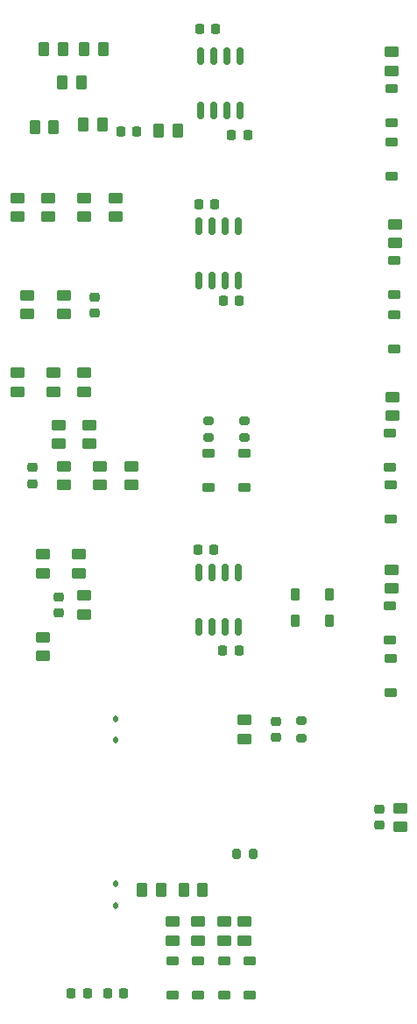
<source format=gbr>
%TF.GenerationSoftware,KiCad,Pcbnew,7.0.2-0*%
%TF.CreationDate,2023-12-08T13:33:26+01:00*%
%TF.ProjectId,output_mixer,6f757470-7574-45f6-9d69-7865722e6b69,rev?*%
%TF.SameCoordinates,Original*%
%TF.FileFunction,Paste,Top*%
%TF.FilePolarity,Positive*%
%FSLAX46Y46*%
G04 Gerber Fmt 4.6, Leading zero omitted, Abs format (unit mm)*
G04 Created by KiCad (PCBNEW 7.0.2-0) date 2023-12-08 13:33:26*
%MOMM*%
%LPD*%
G01*
G04 APERTURE LIST*
G04 Aperture macros list*
%AMRoundRect*
0 Rectangle with rounded corners*
0 $1 Rounding radius*
0 $2 $3 $4 $5 $6 $7 $8 $9 X,Y pos of 4 corners*
0 Add a 4 corners polygon primitive as box body*
4,1,4,$2,$3,$4,$5,$6,$7,$8,$9,$2,$3,0*
0 Add four circle primitives for the rounded corners*
1,1,$1+$1,$2,$3*
1,1,$1+$1,$4,$5*
1,1,$1+$1,$6,$7*
1,1,$1+$1,$8,$9*
0 Add four rect primitives between the rounded corners*
20,1,$1+$1,$2,$3,$4,$5,0*
20,1,$1+$1,$4,$5,$6,$7,0*
20,1,$1+$1,$6,$7,$8,$9,0*
20,1,$1+$1,$8,$9,$2,$3,0*%
G04 Aperture macros list end*
%ADD10RoundRect,0.225000X-0.225000X-0.250000X0.225000X-0.250000X0.225000X0.250000X-0.225000X0.250000X0*%
%ADD11RoundRect,0.250000X0.262500X0.450000X-0.262500X0.450000X-0.262500X-0.450000X0.262500X-0.450000X0*%
%ADD12RoundRect,0.250000X0.450000X-0.262500X0.450000X0.262500X-0.450000X0.262500X-0.450000X-0.262500X0*%
%ADD13RoundRect,0.225000X0.225000X0.250000X-0.225000X0.250000X-0.225000X-0.250000X0.225000X-0.250000X0*%
%ADD14RoundRect,0.225000X0.375000X-0.225000X0.375000X0.225000X-0.375000X0.225000X-0.375000X-0.225000X0*%
%ADD15RoundRect,0.250000X-0.262500X-0.450000X0.262500X-0.450000X0.262500X0.450000X-0.262500X0.450000X0*%
%ADD16RoundRect,0.225000X-0.375000X0.225000X-0.375000X-0.225000X0.375000X-0.225000X0.375000X0.225000X0*%
%ADD17RoundRect,0.200000X-0.200000X-0.275000X0.200000X-0.275000X0.200000X0.275000X-0.200000X0.275000X0*%
%ADD18RoundRect,0.150000X-0.150000X0.675000X-0.150000X-0.675000X0.150000X-0.675000X0.150000X0.675000X0*%
%ADD19RoundRect,0.200000X-0.275000X0.200000X-0.275000X-0.200000X0.275000X-0.200000X0.275000X0.200000X0*%
%ADD20RoundRect,0.225000X0.250000X-0.225000X0.250000X0.225000X-0.250000X0.225000X-0.250000X-0.225000X0*%
%ADD21RoundRect,0.250000X-0.450000X0.262500X-0.450000X-0.262500X0.450000X-0.262500X0.450000X0.262500X0*%
%ADD22RoundRect,0.150000X0.150000X-0.675000X0.150000X0.675000X-0.150000X0.675000X-0.150000X-0.675000X0*%
%ADD23RoundRect,0.225000X-0.250000X0.225000X-0.250000X-0.225000X0.250000X-0.225000X0.250000X0.225000X0*%
%ADD24RoundRect,0.112500X-0.112500X0.187500X-0.112500X-0.187500X0.112500X-0.187500X0.112500X0.187500X0*%
%ADD25RoundRect,0.200000X0.275000X-0.200000X0.275000X0.200000X-0.275000X0.200000X-0.275000X-0.200000X0*%
%ADD26RoundRect,0.225000X0.225000X0.375000X-0.225000X0.375000X-0.225000X-0.375000X0.225000X-0.375000X0*%
%ADD27RoundRect,0.112500X0.112500X-0.187500X0.112500X0.187500X-0.112500X0.187500X-0.112500X-0.187500X0*%
%ADD28RoundRect,0.225000X-0.225000X-0.375000X0.225000X-0.375000X0.225000X0.375000X-0.225000X0.375000X0*%
G04 APERTURE END LIST*
D10*
%TO.C,C8*%
X256045000Y-32825000D03*
X257595000Y-32825000D03*
%TD*%
D11*
%TO.C,R42*%
X254012500Y-25700000D03*
X252187500Y-25700000D03*
%TD*%
D12*
%TO.C,R50*%
X239500000Y-43412500D03*
X239500000Y-41587500D03*
%TD*%
%TO.C,R45*%
X248000000Y-34000000D03*
X248000000Y-32175000D03*
%TD*%
D13*
%TO.C,C5*%
X245275000Y-109000000D03*
X243725000Y-109000000D03*
%TD*%
D14*
%TO.C,D6*%
X274500000Y-58150000D03*
X274500000Y-54850000D03*
%TD*%
D15*
%TO.C,R27*%
X244987500Y-17800000D03*
X246812500Y-17800000D03*
%TD*%
D12*
%TO.C,R17*%
X241000000Y-68412500D03*
X241000000Y-66587500D03*
%TD*%
%TO.C,R48*%
X243000000Y-43412500D03*
X243000000Y-41587500D03*
%TD*%
D16*
%TO.C,D5*%
X274600000Y-59850000D03*
X274600000Y-63150000D03*
%TD*%
D17*
%TO.C,R35*%
X259675000Y-95500000D03*
X261325000Y-95500000D03*
%TD*%
D18*
%TO.C,U3*%
X259905000Y-68375000D03*
X258635000Y-68375000D03*
X257365000Y-68375000D03*
X256095000Y-68375000D03*
X256095000Y-73625000D03*
X257365000Y-73625000D03*
X258635000Y-73625000D03*
X259905000Y-73625000D03*
%TD*%
D19*
%TO.C,R34*%
X266000000Y-82675000D03*
X266000000Y-84325000D03*
%TD*%
D15*
%TO.C,R21*%
X240187500Y-25300000D03*
X242012500Y-25300000D03*
%TD*%
D16*
%TO.C,D3*%
X274900000Y-43450000D03*
X274900000Y-46750000D03*
%TD*%
D13*
%TO.C,C13*%
X257530000Y-66124999D03*
X255980000Y-66124999D03*
%TD*%
D15*
%TO.C,R31*%
X241087500Y-17800000D03*
X242912500Y-17800000D03*
%TD*%
D12*
%TO.C,R16*%
X249500000Y-59912500D03*
X249500000Y-58087500D03*
%TD*%
D16*
%TO.C,D11*%
X261000000Y-105850000D03*
X261000000Y-109150000D03*
%TD*%
D12*
%TO.C,R15*%
X242000000Y-50912500D03*
X242000000Y-49087500D03*
%TD*%
D20*
%TO.C,C1*%
X240000000Y-59775000D03*
X240000000Y-58225000D03*
%TD*%
D21*
%TO.C,R3*%
X274800000Y-51400000D03*
X274800000Y-53225000D03*
%TD*%
D16*
%TO.C,D1*%
X274700000Y-26750000D03*
X274700000Y-30050000D03*
%TD*%
D21*
%TO.C,R12*%
X245000000Y-49087500D03*
X245000000Y-50912500D03*
%TD*%
D14*
%TO.C,D8*%
X274500000Y-74850000D03*
X274500000Y-71550000D03*
%TD*%
D15*
%TO.C,R30*%
X254587500Y-99000000D03*
X256412500Y-99000000D03*
%TD*%
D11*
%TO.C,R59*%
X252412500Y-99000000D03*
X250587500Y-99000000D03*
%TD*%
D21*
%TO.C,R13*%
X241000000Y-74587500D03*
X241000000Y-76412500D03*
%TD*%
D22*
%TO.C,U2*%
X256095000Y-40125000D03*
X257365000Y-40125000D03*
X258635000Y-40125000D03*
X259905000Y-40125000D03*
X259905000Y-34875000D03*
X258635000Y-34875000D03*
X257365000Y-34875000D03*
X256095000Y-34875000D03*
%TD*%
D23*
%TO.C,C16*%
X263500000Y-82725000D03*
X263500000Y-84275000D03*
%TD*%
D12*
%TO.C,R47*%
X241500000Y-34000000D03*
X241500000Y-32175000D03*
%TD*%
D14*
%TO.C,D16*%
X253500000Y-109150000D03*
X253500000Y-105850000D03*
%TD*%
D21*
%TO.C,R32*%
X275000000Y-34700000D03*
X275000000Y-36525000D03*
%TD*%
D10*
%TO.C,C9*%
X258420000Y-42125000D03*
X259970000Y-42125000D03*
%TD*%
D19*
%TO.C,R19*%
X260500000Y-53675000D03*
X260500000Y-55325000D03*
%TD*%
D24*
%TO.C,D18*%
X248000000Y-98450000D03*
X248000000Y-100550000D03*
%TD*%
D15*
%TO.C,R43*%
X242887500Y-21000000D03*
X244712500Y-21000000D03*
%TD*%
%TO.C,R22*%
X244887500Y-25100000D03*
X246712500Y-25100000D03*
%TD*%
D16*
%TO.C,D15*%
X256000000Y-105850000D03*
X256000000Y-109150000D03*
%TD*%
D10*
%TO.C,C6*%
X256125000Y-15900000D03*
X257675000Y-15900000D03*
%TD*%
D21*
%TO.C,R55*%
X238500000Y-49087500D03*
X238500000Y-50912500D03*
%TD*%
D12*
%TO.C,R54*%
X242500000Y-55912500D03*
X242500000Y-54087500D03*
%TD*%
%TO.C,R33*%
X275500000Y-92912500D03*
X275500000Y-91087500D03*
%TD*%
D21*
%TO.C,R46*%
X245000000Y-32175000D03*
X245000000Y-34000000D03*
%TD*%
D13*
%TO.C,C12*%
X259930000Y-75925000D03*
X258380000Y-75925000D03*
%TD*%
D21*
%TO.C,R58*%
X253500000Y-102087500D03*
X253500000Y-103912500D03*
%TD*%
D20*
%TO.C,C15*%
X246000000Y-43275000D03*
X246000000Y-41725000D03*
%TD*%
D25*
%TO.C,R20*%
X257000000Y-55325000D03*
X257000000Y-53675000D03*
%TD*%
D21*
%TO.C,R56*%
X246500000Y-58087500D03*
X246500000Y-59912500D03*
%TD*%
D16*
%TO.C,D10*%
X257000000Y-56850000D03*
X257000000Y-60150000D03*
%TD*%
D12*
%TO.C,R51*%
X238500000Y-34000000D03*
X238500000Y-32175000D03*
%TD*%
%TO.C,R28*%
X260500000Y-103912500D03*
X260500000Y-102087500D03*
%TD*%
D22*
%TO.C,U1*%
X256195000Y-23725000D03*
X257465000Y-23725000D03*
X258735000Y-23725000D03*
X260005000Y-23725000D03*
X260005000Y-18475000D03*
X258735000Y-18475000D03*
X257465000Y-18475000D03*
X256195000Y-18475000D03*
%TD*%
D10*
%TO.C,C7*%
X259225000Y-26100000D03*
X260775000Y-26100000D03*
%TD*%
D21*
%TO.C,R4*%
X274700000Y-68087500D03*
X274700000Y-69912500D03*
%TD*%
%TO.C,R39*%
X256000000Y-102087500D03*
X256000000Y-103912500D03*
%TD*%
D10*
%TO.C,C23*%
X248525000Y-25800000D03*
X250075000Y-25800000D03*
%TD*%
D12*
%TO.C,R14*%
X245500000Y-55912500D03*
X245500000Y-54087500D03*
%TD*%
%TO.C,R7*%
X243000000Y-59912500D03*
X243000000Y-58087500D03*
%TD*%
%TO.C,R18*%
X260500000Y-84412500D03*
X260500000Y-82587500D03*
%TD*%
D21*
%TO.C,R57*%
X244500000Y-66587500D03*
X244500000Y-68412500D03*
%TD*%
%TO.C,R40*%
X274700000Y-18075000D03*
X274700000Y-19900000D03*
%TD*%
D14*
%TO.C,D9*%
X260500000Y-60150000D03*
X260500000Y-56850000D03*
%TD*%
D23*
%TO.C,C17*%
X273500000Y-91225000D03*
X273500000Y-92775000D03*
%TD*%
D12*
%TO.C,R8*%
X245000000Y-72412500D03*
X245000000Y-70587500D03*
%TD*%
D26*
%TO.C,D14*%
X268650000Y-70500000D03*
X265350000Y-70500000D03*
%TD*%
D27*
%TO.C,D17*%
X248000000Y-84550000D03*
X248000000Y-82450000D03*
%TD*%
D14*
%TO.C,D2*%
X274700000Y-24950000D03*
X274700000Y-21650000D03*
%TD*%
D28*
%TO.C,D13*%
X265350000Y-73000000D03*
X268650000Y-73000000D03*
%TD*%
D13*
%TO.C,C4*%
X248775000Y-109000000D03*
X247225000Y-109000000D03*
%TD*%
D14*
%TO.C,D4*%
X274900000Y-41550000D03*
X274900000Y-38250000D03*
%TD*%
D21*
%TO.C,R29*%
X258500000Y-102087500D03*
X258500000Y-103912500D03*
%TD*%
D20*
%TO.C,C14*%
X242500000Y-72275000D03*
X242500000Y-70725000D03*
%TD*%
D14*
%TO.C,D12*%
X258500000Y-109150000D03*
X258500000Y-105850000D03*
%TD*%
D16*
%TO.C,D7*%
X274600000Y-76650000D03*
X274600000Y-79950000D03*
%TD*%
M02*

</source>
